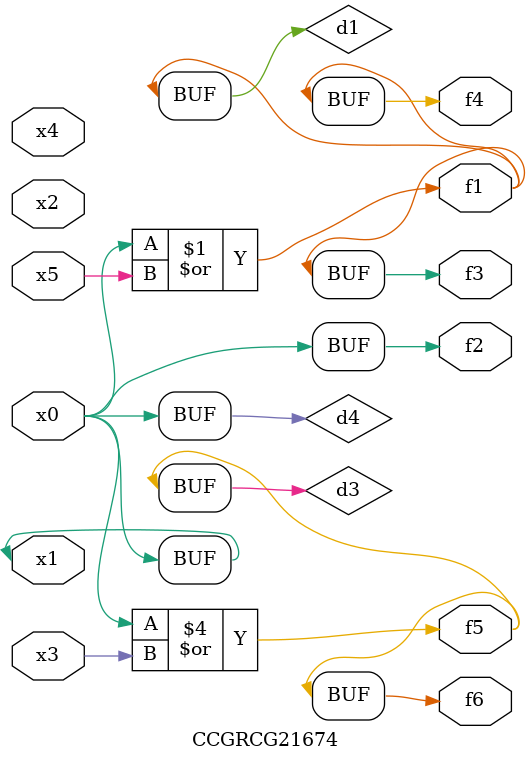
<source format=v>
module CCGRCG21674(
	input x0, x1, x2, x3, x4, x5,
	output f1, f2, f3, f4, f5, f6
);

	wire d1, d2, d3, d4;

	or (d1, x0, x5);
	xnor (d2, x1, x4);
	or (d3, x0, x3);
	buf (d4, x0, x1);
	assign f1 = d1;
	assign f2 = d4;
	assign f3 = d1;
	assign f4 = d1;
	assign f5 = d3;
	assign f6 = d3;
endmodule

</source>
